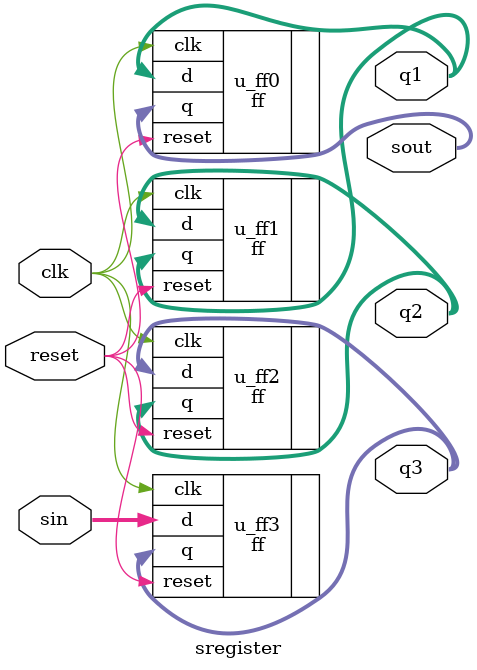
<source format=v>
`timescale 1ns / 1ps


module sregister(
    input [3:0] sin,
    input clk, reset,
    output [3:0] sout,q1,q2,q3
    );
    
    ff u_ff3(.clk(clk),.reset(reset),.d(sin),.q(q3));
    ff u_ff2(.clk(clk),.reset(reset),.d(q3),.q(q2));
    ff u_ff1(.clk(clk),.reset(reset),.d(q2),.q(q1));
    ff u_ff0(.clk(clk),.reset(reset),.d(q1),.q(sout));
    
endmodule

</source>
